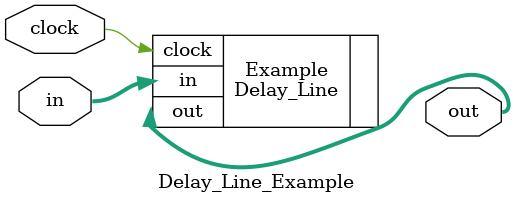
<source format=v>
`default_nettype none

module Delay_Line_Example
#(
    parameter       DEPTH           = 5,
    parameter       WIDTH           = 42
)
(
    input   wire                    clock,
    input   wire    [WIDTH-1:0]     in,
    output  reg     [WIDTH-1:0]     out
);

    Delay_Line
    #(
        .DEPTH  (DEPTH),
        .WIDTH  (WIDTH)
    )
    Example
    (
        .clock  (clock),
        .in     (in),
        .out    (out)
    );

endmodule


</source>
